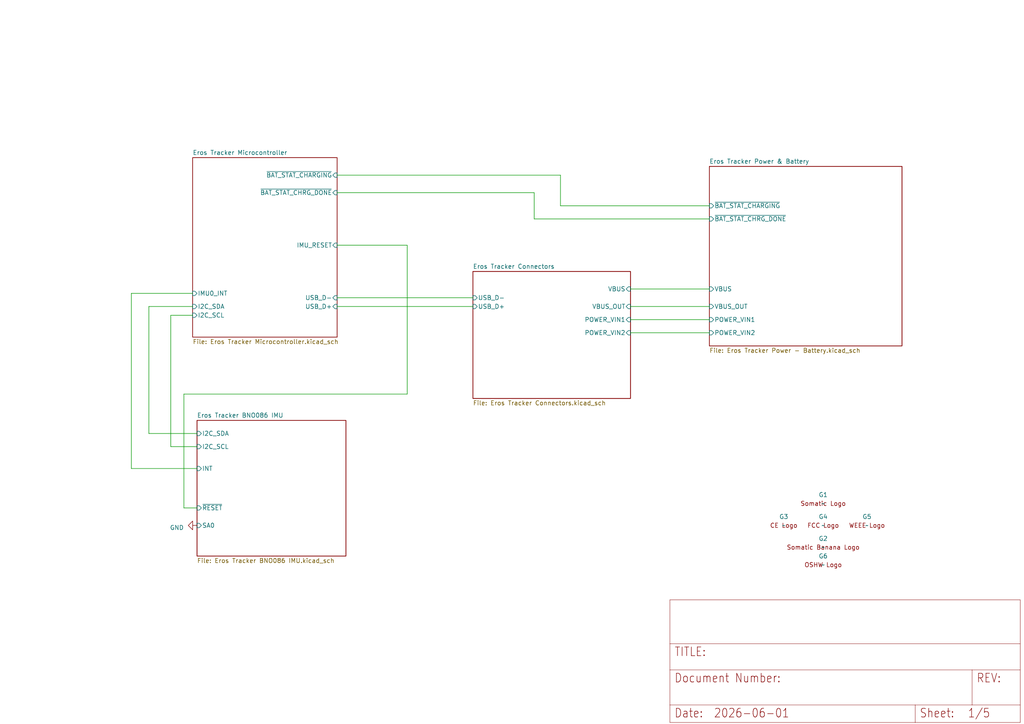
<source format=kicad_sch>
(kicad_sch (version 20230121) (generator eeschema)
  (paper "A4")
  (lib_symbols
    (symbol "Eros Tracker-eagle-import:FRAME_A_L"
      (symbol "FRAME_A_L_1_0"
        (polyline (pts (xy 0 43.18) (xy 3.81 43.18)))
        (polyline (pts (xy 0 86.36) (xy 3.81 86.36)))
        (polyline (pts (xy 0 129.54) (xy 3.81 129.54)))
        (polyline (pts (xy 0 172.72) (xy 3.81 172.72)))
        (polyline (pts (xy 3.81 3.81) (xy 3.81 212.09)))
        (polyline (pts (xy 46.5667 0) (xy 46.5667 3.81)))
        (polyline (pts (xy 93.1333 0) (xy 93.1333 3.81)))
        (polyline (pts (xy 139.7 0) (xy 139.7 3.81)))
        (polyline (pts (xy 186.2667 0) (xy 186.2667 3.81)))
        (polyline (pts (xy 232.8333 0) (xy 232.8333 3.81)))
        (polyline (pts (xy 275.59 3.81) (xy 275.59 212.09)))
        (polyline (pts (xy 275.59 43.18) (xy 279.4 43.18)))
        (polyline (pts (xy 275.59 86.36) (xy 279.4 86.36)))
        (polyline (pts (xy 275.59 129.54) (xy 279.4 129.54)))
        (polyline (pts (xy 275.59 172.72) (xy 279.4 172.72)))
        (polyline (pts (xy 275.59 212.09) (xy 3.81 212.09)))
        (polyline (pts (xy 0 0) (xy 279.4 0) (xy 279.4 215.9) (xy 0 215.9) (xy 0 0)))
        (text "1" (at 23.2833 213.995 0) (effects (font (size 2.54 2.286))))
        (text "2" (at 69.85 213.995 0) (effects (font (size 2.54 2.286))))
        (text "3" (at 116.4167 213.995 0) (effects (font (size 2.54 2.286))))
        (text "4" (at 162.9833 213.995 0) (effects (font (size 2.54 2.286))))
        (text "5" (at 209.55 213.995 0) (effects (font (size 2.54 2.286))))
        (text "6" (at 256.1167 213.995 0) (effects (font (size 2.54 2.286))))
        (text "A" (at 1.905 194.31 0) (effects (font (size 2.54 2.286))))
        (text "A" (at 277.495 194.31 0) (effects (font (size 2.54 2.286))))
        (text "B" (at 1.905 151.13 0) (effects (font (size 2.54 2.286))))
        (text "B" (at 277.495 151.13 0) (effects (font (size 2.54 2.286))))
        (text "C" (at 1.905 107.95 0) (effects (font (size 2.54 2.286))))
        (text "C" (at 277.495 107.95 0) (effects (font (size 2.54 2.286))))
        (text "D" (at 1.905 64.77 0) (effects (font (size 2.54 2.286))))
        (text "D" (at 277.495 64.77 0) (effects (font (size 2.54 2.286))))
        (text "E" (at 1.905 21.59 0) (effects (font (size 2.54 2.286))))
        (text "E" (at 277.495 21.59 0) (effects (font (size 2.54 2.286))))
      )
      (symbol "FRAME_A_L_2_0"
        (polyline (pts (xy 0 0) (xy 0 5.08)) (stroke (width 0.1016)))
        (polyline (pts (xy 0 0) (xy 71.12 0)) (stroke (width 0.1016)))
        (polyline (pts (xy 0 5.08) (xy 0 15.24)) (stroke (width 0.1016)))
        (polyline (pts (xy 0 5.08) (xy 71.12 5.08)) (stroke (width 0.1016)))
        (polyline (pts (xy 0 15.24) (xy 0 22.86)) (stroke (width 0.1016)))
        (polyline (pts (xy 0 22.86) (xy 0 35.56)) (stroke (width 0.1016)))
        (polyline (pts (xy 0 22.86) (xy 101.6 22.86)) (stroke (width 0.1016)))
        (polyline (pts (xy 71.12 0) (xy 101.6 0)) (stroke (width 0.1016)))
        (polyline (pts (xy 71.12 5.08) (xy 71.12 0)) (stroke (width 0.1016)))
        (polyline (pts (xy 71.12 5.08) (xy 87.63 5.08)) (stroke (width 0.1016)))
        (polyline (pts (xy 87.63 5.08) (xy 101.6 5.08)) (stroke (width 0.1016)))
        (polyline (pts (xy 87.63 15.24) (xy 0 15.24)) (stroke (width 0.1016)))
        (polyline (pts (xy 87.63 15.24) (xy 87.63 5.08)) (stroke (width 0.1016)))
        (polyline (pts (xy 101.6 5.08) (xy 101.6 0)) (stroke (width 0.1016)))
        (polyline (pts (xy 101.6 15.24) (xy 87.63 15.24)) (stroke (width 0.1016)))
        (polyline (pts (xy 101.6 15.24) (xy 101.6 5.08)) (stroke (width 0.1016)))
        (polyline (pts (xy 101.6 22.86) (xy 101.6 15.24)) (stroke (width 0.1016)))
        (polyline (pts (xy 101.6 35.56) (xy 0 35.56)) (stroke (width 0.1016)))
        (polyline (pts (xy 101.6 35.56) (xy 101.6 22.86)) (stroke (width 0.1016)))
        (text "${#}/${##}" (at 86.36 1.27 0) (effects (font (size 2.54 2.159)) (justify left bottom)))
        (text "${CURRENT_DATE}" (at 12.7 1.27 0) (effects (font (size 2.54 2.159)) (justify left bottom)))
        (text "${PROJECTNAME}" (at 17.78 19.05 0) (effects (font (size 2.54 2.159)) (justify left bottom)))
        (text "Date:" (at 1.27 1.27 0) (effects (font (size 2.54 2.159)) (justify left bottom)))
        (text "Document Number:" (at 1.27 11.43 0) (effects (font (size 2.54 2.159)) (justify left bottom)))
        (text "REV:" (at 88.9 11.43 0) (effects (font (size 2.54 2.159)) (justify left bottom)))
        (text "Sheet:" (at 72.39 1.27 0) (effects (font (size 2.54 2.159)) (justify left bottom)))
        (text "TITLE:" (at 1.27 19.05 0) (effects (font (size 2.54 2.159)) (justify left bottom)))
      )
    )
    (symbol "Eros Tracker:LOGO_BANANA" (in_bom no)
      (property "Reference" "G" (at 0 1.905 0))
      (symbol "LOGO_BANANA_0_1"
        (text "Somatic Banana Logo" (at 0 0 0) (effects (font (size 1.27 1.27))))
      )
    )
    (symbol "Eros Tracker:LOGO_CE" (in_bom no)
      (property "Reference" "G" (at 0 1.905 0))
      (symbol "LOGO_CE_0_1"
        (text "CE Logo" (at 0 0 0) (effects (font (size 1.27 1.27))))
      )
    )
    (symbol "Eros Tracker:LOGO_FCC" (in_bom no)
      (property "Reference" "G" (at 0 1.905 0))
      (symbol "LOGO_FCC_0_1"
        (text "FCC Logo" (at 0 0 0) (effects (font (size 1.27 1.27))))
      )
    )
    (symbol "Eros Tracker:LOGO_OSHW" (in_bom no)
      (property "Reference" "G" (at 0 1.905 0))
      (symbol "LOGO_OSHW_0_1"
        (text "OSHW Logo" (at 0 0 0) (effects (font (size 1.27 1.27))))
      )
    )
    (symbol "Eros Tracker:LOGO_SOMATIC" (in_bom no)
      (property "Reference" "G" (at 0 1.905 0))
      (symbol "LOGO_SOMATIC_0_1"
        (text "Somatic Logo" (at 0 0 0) (effects (font (size 1.27 1.27))))
      )
    )
    (symbol "Eros Tracker:LOGO_WEEE" (in_bom no)
      (property "Reference" "G" (at 0 1.905 0))
      (symbol "LOGO_WEEE_0_1"
        (text "WEEE Logo" (at 0 0 0) (effects (font (size 1.27 1.27))))
      )
    )
    (symbol "power:GND" (power) (pin_names (offset 0))
      (property "Value" "GND" (at 0 -3.81 0))
      (symbol "GND_0_1"
        (polyline (pts (xy 0 0) (xy 0 -1.27) (xy 1.27 -1.27) (xy 0 -2.54) (xy -1.27 -1.27) (xy 0 -1.27)))
      )
      (symbol "GND_1_1"
        (pin power_in line (at 0 0 270) (length 0) hide (name "GND") (number "1"))
      )
    )
  )
  (wire (pts (xy 49.53 91.44) (xy 49.53 129.54)))
  (wire (pts (xy 53.34 114.3) (xy 118.11 114.3)))
  (wire (pts (xy 55.88 85.09) (xy 38.1 85.09)))
  (wire (pts (xy 154.94 63.5) (xy 205.74 63.5)))
  (wire (pts (xy 118.11 71.12) (xy 118.11 114.3)))
  (wire (pts (xy 43.18 88.9) (xy 43.18 125.73)))
  (wire (pts (xy 97.79 71.12) (xy 118.11 71.12)))
  (wire (pts (xy 53.34 147.32) (xy 53.34 114.3)))
  (wire (pts (xy 55.88 91.44) (xy 49.53 91.44)))
  (wire (pts (xy 97.79 86.36) (xy 137.16 86.36)))
  (wire (pts (xy 55.88 88.9) (xy 43.18 88.9)))
  (wire (pts (xy 97.79 55.88) (xy 154.94 55.88)))
  (wire (pts (xy 154.94 55.88) (xy 154.94 63.5)))
  (wire (pts (xy 49.53 129.54) (xy 57.15 129.54)))
  (wire (pts (xy 182.88 96.52) (xy 205.74 96.52)))
  (wire (pts (xy 162.56 50.8) (xy 97.79 50.8)))
  (wire (pts (xy 43.18 125.73) (xy 57.15 125.73)))
  (wire (pts (xy 97.79 88.9) (xy 137.16 88.9)))
  (wire (pts (xy 38.1 85.09) (xy 38.1 135.89)))
  (wire (pts (xy 205.74 59.69) (xy 162.56 59.69)))
  (wire (pts (xy 38.1 135.89) (xy 57.15 135.89)))
  (wire (pts (xy 182.88 88.9) (xy 205.74 88.9)))
  (wire (pts (xy 182.88 83.82) (xy 205.74 83.82)))
  (wire (pts (xy 162.56 59.69) (xy 162.56 50.8)))
  (wire (pts (xy 57.15 147.32) (xy 53.34 147.32)))
  (wire (pts (xy 182.88 92.71) (xy 205.74 92.71)))
  (symbol (lib_id "Eros Tracker:LOGO_SOMATIC") (at 238.76 146.05 0) (unit 1) (in_bom no)
    (property "Reference" "G1" (at 238.76 143.51 0))
    (property "Value" "~" (at 238.76 146.05 0))
    (property "Footprint" "Eros Tracker:SomaticLogo" (effects hide))
  )
  (symbol (lib_id "power:GND") (at 57.15 152.4 270) (unit 1)
    (property "Reference" "#PWR01" (effects hide))
    (property "Value" "GND" (at 53.34 153.035 90) (effects (justify right)))
  )
  (symbol (lib_id "Eros Tracker:LOGO_BANANA") (at 238.76 158.75 0) (unit 1) (in_bom no)
    (property "Reference" "G2" (at 238.76 156.21 0))
    (property "Value" "~" (at 238.76 158.75 0))
    (property "Footprint" "Eros Tracker:SomaticBananaLogo" (effects hide))
  )
  (symbol (lib_id "Eros Tracker-eagle-import:FRAME_A_L") (at 194.31 209.55 0) (unit 2)
    (property "Reference" "#FRAME5" (effects hide))
    (property "Value" "FRAME_A_L" (effects hide))
  )
  (symbol (lib_id "Eros Tracker:LOGO_OSHW") (at 238.76 163.83 0) (unit 1) (in_bom no)
    (property "Reference" "G6" (at 238.76 161.29 0))
    (property "Value" "~" (at 238.76 163.83 0))
    (property "Footprint" "Symbol:OSHW-Logo2_7.3x6mm_SilkScreen" (effects hide))
  )
  (symbol (lib_id "Eros Tracker:LOGO_FCC") (at 238.76 152.4 0) (unit 1) (in_bom no)
    (property "Reference" "G4" (at 238.76 149.86 0))
    (property "Value" "~" (at 238.76 152.4 0))
    (property "Footprint" "Eros Tracker:FCC-Logo_6.2x5.0mm_SilkScreen" (effects hide))
  )
  (symbol (lib_id "Eros Tracker:LOGO_WEEE") (at 251.46 152.4 0) (unit 1) (in_bom no)
    (property "Reference" "G5" (at 251.46 149.86 0))
    (property "Value" "~" (at 251.46 152.4 0))
    (property "Footprint" "Symbol:WEEE-Logo_4.2x6mm_SilkScreen" (effects hide))
  )
  (symbol (lib_id "Eros Tracker:LOGO_CE") (at 227.33 152.4 0) (unit 1) (in_bom no)
    (property "Reference" "G3" (at 227.33 149.86 0))
    (property "Value" "~" (at 227.33 152.4 0))
    (property "Footprint" "Eros Tracker:CE-Logo_7.0x5.0mm_SilkScreen" (effects hide))
  )
  (sheet (at 57.15 121.92) (size 43.18 39.37) (stroke (width 0.1524))
    (property "Sheetname" "Eros Tracker BNO086 IMU" (at 57.15 121.2084 0) (effects (justify left bottom)))
    (property "Sheetfile" "Eros Tracker BNO086 IMU.kicad_sch" (at 57.15 161.8746 0) (effects (justify left top)))
    (pin "INT" input (at 57.15 135.89 180))
    (pin "~{RESET}" input (at 57.15 147.32 180))
    (pin "SA0" input (at 57.15 152.4 180))
    (pin "I2C_SCL" input (at 57.15 129.54 180))
    (pin "I2C_SDA" input (at 57.15 125.73 180))
  )
  (sheet (at 205.74 48.26) (size 55.88 52.07)
    (property "Sheetname" "Eros Tracker Power & Battery" (at 205.74 47.5484 0) (effects (justify left bottom)))
    (property "Sheetfile" "Eros Tracker Power - Battery.kicad_sch" (at 205.74 100.9146 0) (effects (justify left top)))
    (pin "VBUS" input (at 205.74 83.82 180))
    (pin "POWER_VIN1" input (at 205.74 92.71 180))
    (pin "VBUS_OUT" input (at 205.74 88.9 180))
    (pin "~{BAT_STAT_CHARGING}" input (at 205.74 59.69 180))
    (pin "~{BAT_STAT_CHRG_DONE}" input (at 205.74 63.5 180))
    (pin "POWER_VIN2" input (at 205.74 96.52 180))
  )
  (sheet (at 55.88 45.72) (size 41.91 52.07)
    (property "Sheetname" "Eros Tracker Microcontroller" (at 55.88 45.0084 0) (effects (justify left bottom)))
    (property "Sheetfile" "Eros Tracker Microcontroller.kicad_sch" (at 55.88 98.3746 0) (effects (justify left top)))
    (pin "USB_D-" input (at 97.79 86.36 0))
    (pin "I2C_SCL" input (at 55.88 91.44 180))
    (pin "I2C_SDA" input (at 55.88 88.9 180))
    (pin "IMU0_INT" input (at 55.88 85.09 180))
    (pin "USB_D+" input (at 97.79 88.9 0))
    (pin "~{BAT_STAT_CHARGING}" input (at 97.79 50.8 0))
    (pin "~{BAT_STAT_CHRG_DONE}" input (at 97.79 55.88 0))
    (pin "IMU_RESET" input (at 97.79 71.12 0))
  )
  (sheet (at 137.16 78.74) (size 45.72 36.83) (stroke (width 0.1524))
    (property "Sheetname" "Eros Tracker Connectors" (at 137.16 78.0284 0) (effects (justify left bottom)))
    (property "Sheetfile" "Eros Tracker Connectors.kicad_sch" (at 137.16 116.1546 0) (effects (justify left top)))
    (pin "USB_D-" input (at 137.16 86.36 180))
    (pin "USB_D+" input (at 137.16 88.9 180))
    (pin "VBUS" input (at 182.88 83.82 0))
    (pin "POWER_VIN1" input (at 182.88 92.71 0))
    (pin "POWER_VIN2" input (at 182.88 96.52 0))
    (pin "VBUS_OUT" input (at 182.88 88.9 0))
  )
)
</source>
